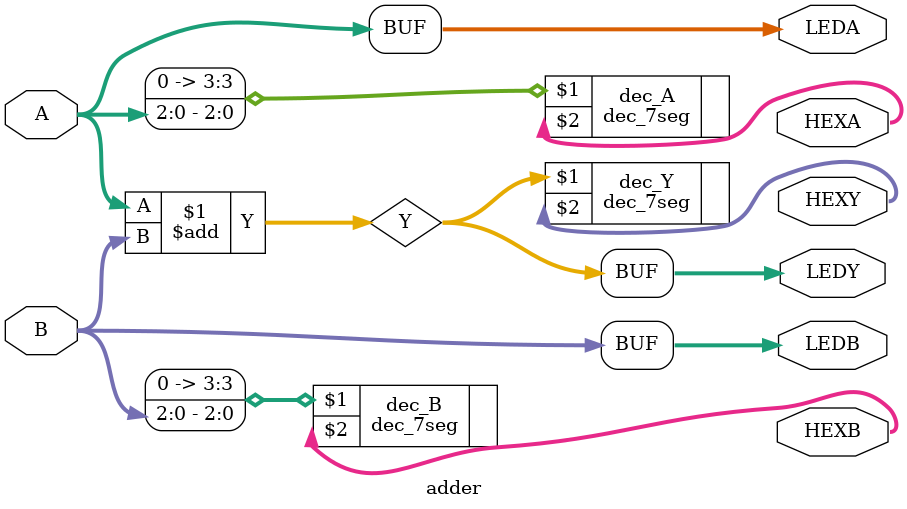
<source format=v>
`include "dec_7seg.v"

module adder(A, B, LEDA, LEDB, LEDY, HEXA, HEXB, HEXY);
	input [2:0] A, B;
	output [2:0] LEDA, LEDB;
	output [3:0] LEDY;
	output [6:0] HEXA, HEXB, HEXY;

	wire [3:0] Y;

	assign 	Y = A + B;
	assign  LEDA = A;
	assign  LEDB = B;
	assign  LEDY = Y;

	dec_7seg dec_A({1'b0, A}, HEXA);
	dec_7seg dec_B({1'b0, B}, HEXB);
	dec_7seg dec_Y(Y, HEXY);
endmodule
</source>
